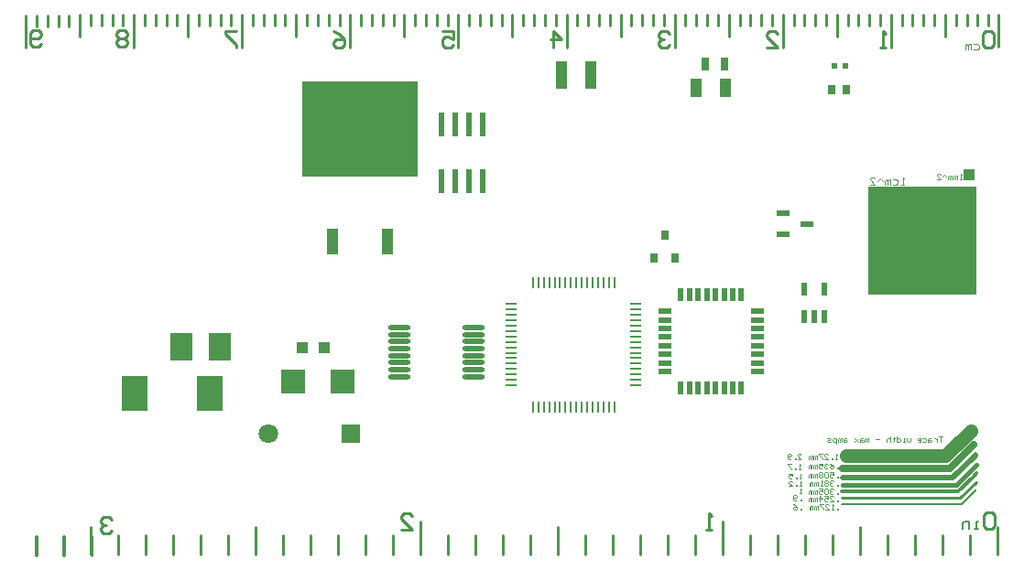
<source format=gbl>
G04 Layer_Physical_Order=2*
G04 Layer_Color=11436288*
%FSLAX24Y24*%
%MOIN*%
G70*
G01*
G75*
%ADD10C,0.0100*%
%ADD762C,0.0709*%
%ADD763R,0.0709X0.0709*%
%ADD764R,0.0220X0.0500*%
%ADD765R,0.0500X0.0220*%
%ADD766R,0.0236X0.0197*%
%ADD767R,0.0315X0.0354*%
%ADD768R,0.0315X0.0472*%
%ADD769R,0.0394X0.0087*%
%ADD770R,0.0087X0.0394*%
%ADD771R,0.0240X0.0870*%
%ADD772R,0.0433X0.0669*%
%ADD773R,0.0433X0.1024*%
%ADD774R,0.0394X0.0394*%
%ADD775R,0.4193X0.3504*%
%ADD776R,0.0413X0.0945*%
%ADD777R,0.0787X0.0984*%
%ADD778O,0.0827X0.0177*%
%ADD779R,0.0906X0.0906*%
%ADD780R,0.0945X0.1299*%
%ADD781R,0.0315X0.0354*%
%ADD782R,0.0453X0.0236*%
%ADD783R,0.0200X0.0500*%
%ADD784C,0.0500*%
%ADD785C,0.0200*%
%ADD786C,0.0250*%
%ADD787C,0.0150*%
%ADD788C,0.0120*%
%ADD789C,0.0050*%
%ADD790C,0.0039*%
%ADD791C,0.0070*%
%ADD792C,0.0049*%
%ADD793R,0.3937X0.3937*%
%ADD794R,0.0394X0.0394*%
D10*
X45276Y28339D02*
Y29188D01*
X45276Y29188D02*
Y29528D01*
X11457Y29102D02*
Y29496D01*
X11850Y28709D02*
Y29496D01*
X10669Y29102D02*
Y29496D01*
X11063Y29102D02*
Y29496D01*
X9882Y28315D02*
Y29496D01*
X10276Y29102D02*
Y29496D01*
X11260Y9832D02*
Y10532D01*
X10260Y9832D02*
Y10532D01*
X10276Y9832D02*
Y10532D01*
X12264Y9832D02*
Y10532D01*
X11264Y9832D02*
Y10532D01*
X11280Y9832D02*
Y10532D01*
X39563Y11909D02*
X41965D01*
X42555D02*
X43894D01*
X12260Y9863D02*
Y10863D01*
X16244Y9863D02*
Y10563D01*
X20244Y9863D02*
Y10563D01*
X24051Y29114D02*
Y29508D01*
X24244Y9863D02*
Y11063D01*
X24839Y29114D02*
Y29508D01*
X27201Y29114D02*
Y29508D01*
X26413Y29114D02*
Y29508D01*
X25626Y28327D02*
Y29508D01*
X28776Y29114D02*
Y29508D01*
X27988Y29114D02*
Y29508D01*
X29563Y28327D02*
Y29508D01*
X28244Y9863D02*
Y10563D01*
X32244Y9863D02*
Y10563D01*
X36244Y9863D02*
Y10563D01*
X40244Y9863D02*
Y10863D01*
X44244Y9863D02*
Y10563D01*
X41965Y11909D02*
X42555D01*
X43894D02*
X44484Y12500D01*
X11846Y28720D02*
Y29508D01*
X12240Y29114D02*
Y29508D01*
X12634Y29114D02*
Y29508D01*
X13028Y29114D02*
Y29508D01*
X13421Y29114D02*
Y29508D01*
X13260Y9863D02*
Y10563D01*
X14209Y29114D02*
Y29508D01*
X13815Y28327D02*
Y29508D01*
X14260Y9863D02*
Y10563D01*
X14244Y9863D02*
Y10563D01*
X14996Y29114D02*
Y29508D01*
X14602Y29114D02*
Y29508D01*
X15244Y9863D02*
Y10563D01*
X15783Y28720D02*
Y29508D01*
X15390Y29114D02*
Y29508D01*
X16571Y29114D02*
Y29508D01*
X16177Y29114D02*
Y29508D01*
X17358Y29114D02*
Y29508D01*
X16965Y29114D02*
Y29508D01*
X17244Y9863D02*
Y10563D01*
X17752Y28327D02*
Y29508D01*
X18146Y29114D02*
Y29508D01*
X18244Y9863D02*
Y10863D01*
X18933Y29114D02*
Y29508D01*
X18539Y29114D02*
Y29508D01*
X19244Y9863D02*
Y10563D01*
X19720Y28720D02*
Y29508D01*
X19327Y29114D02*
Y29508D01*
X20508Y29114D02*
Y29508D01*
X20114Y29114D02*
Y29508D01*
X21295Y29114D02*
Y29508D01*
X20902Y29114D02*
Y29508D01*
X21244Y9863D02*
Y10563D01*
X21689Y28327D02*
Y29508D01*
X22083Y29114D02*
Y29508D01*
X22244Y9863D02*
Y10563D01*
X22870Y29114D02*
Y29508D01*
X22476Y29114D02*
Y29508D01*
X23244Y9863D02*
Y10563D01*
X23657Y28720D02*
Y29508D01*
X23264Y29114D02*
Y29508D01*
X24445Y29114D02*
Y29508D01*
X25232Y29114D02*
Y29508D01*
X25244Y9863D02*
Y10563D01*
X26020Y29114D02*
Y29508D01*
X26244Y9863D02*
Y10563D01*
X26807Y29114D02*
Y29508D01*
X27244Y9863D02*
Y10563D01*
X27594Y28720D02*
Y29508D01*
X28382Y29114D02*
Y29508D01*
X29169Y29114D02*
Y29508D01*
X29244Y9863D02*
Y10863D01*
X30350Y29114D02*
Y29508D01*
X29957Y29114D02*
Y29508D01*
X30244Y9863D02*
Y10563D01*
X31138Y29114D02*
Y29508D01*
X30744Y29114D02*
Y29508D01*
X31244Y9863D02*
Y10563D01*
X31925Y29114D02*
Y29508D01*
X31532Y28720D02*
Y29508D01*
X32713Y29114D02*
Y29508D01*
X32319Y29114D02*
Y29508D01*
X33106Y29114D02*
Y29508D01*
X33500Y28327D02*
Y29508D01*
X33244Y9863D02*
Y10563D01*
X34287Y29114D02*
Y29508D01*
X33894Y29114D02*
Y29508D01*
X34244Y9863D02*
Y10563D01*
X35075Y29114D02*
Y29508D01*
X34681Y29114D02*
Y29508D01*
X35244Y9863D02*
Y11063D01*
X35862Y29114D02*
Y29508D01*
X35469Y28720D02*
Y29508D01*
X36650Y29114D02*
Y29508D01*
X36256Y29114D02*
Y29508D01*
X37043Y29114D02*
Y29508D01*
X37437Y28327D02*
Y29508D01*
X37244Y9863D02*
Y10563D01*
X38224Y29114D02*
Y29508D01*
X37831Y29114D02*
Y29508D01*
X38244Y9863D02*
Y10563D01*
X39012Y29114D02*
Y29508D01*
X38618Y29114D02*
Y29508D01*
X39244Y9863D02*
Y10563D01*
X39799Y29114D02*
Y29508D01*
X39406Y28720D02*
Y29508D01*
X40587Y29114D02*
Y29508D01*
X40193Y29114D02*
Y29508D01*
X40980Y29114D02*
Y29508D01*
X41374Y28327D02*
Y29508D01*
X41244Y9863D02*
Y10563D01*
X41768Y29114D02*
Y29508D01*
X42161Y29114D02*
Y29508D01*
X42244Y9863D02*
Y10563D01*
X42555Y29114D02*
Y29508D01*
X42949Y29114D02*
Y29508D01*
X43244Y9863D02*
Y10563D01*
X43343Y28720D02*
Y29508D01*
X43736Y29114D02*
Y29508D01*
X44130Y29114D02*
Y29508D01*
X44524Y29114D02*
Y29508D01*
X44917Y29114D02*
Y29508D01*
X45244Y10846D02*
X45244Y9843D01*
X36840Y28327D02*
X37240D01*
X36840Y28727D01*
Y28827D01*
X36940Y28927D01*
X37140D01*
X37240Y28827D01*
X34844Y10763D02*
X34644D01*
X34744D01*
Y11363D01*
X34844Y11263D01*
X45154Y11279D02*
X45054Y11379D01*
X44854D01*
X44754Y11279D01*
Y10879D01*
X44854Y10779D01*
X45054D01*
X45154Y10879D01*
Y11279D01*
X13579Y28866D02*
X13479Y28966D01*
X13279D01*
X13179Y28866D01*
Y28766D01*
X13279Y28666D01*
X13179Y28566D01*
Y28466D01*
X13279Y28366D01*
X13479D01*
X13579Y28466D01*
Y28566D01*
X13479Y28666D01*
X13579Y28766D01*
Y28866D01*
X13479Y28666D02*
X13279D01*
X13008Y11122D02*
X12908Y11222D01*
X12708D01*
X12608Y11122D01*
Y11022D01*
X12708Y10922D01*
X12808D01*
X12708D01*
X12608Y10822D01*
Y10722D01*
X12708Y10622D01*
X12908D01*
X13008Y10722D01*
X17555Y28927D02*
X17155D01*
Y28827D01*
X17555Y28427D01*
Y28327D01*
X33303Y28827D02*
X33203Y28927D01*
X33003D01*
X32903Y28827D01*
Y28727D01*
X33003Y28627D01*
X33103D01*
X33003D01*
X32903Y28527D01*
Y28427D01*
X33003Y28327D01*
X33203D01*
X33303Y28427D01*
X45114Y28827D02*
X45014Y28927D01*
X44814D01*
X44714Y28827D01*
Y28427D01*
X44814Y28327D01*
X45014D01*
X45114Y28427D01*
Y28827D01*
X23544Y10763D02*
X23944D01*
X23544Y11163D01*
Y11263D01*
X23644Y11363D01*
X23844D01*
X23944Y11263D01*
X21092Y28927D02*
X21292Y28827D01*
X21492Y28627D01*
Y28427D01*
X21392Y28327D01*
X21192D01*
X21092Y28427D01*
Y28527D01*
X21192Y28627D01*
X21492D01*
X25029Y28927D02*
X25429D01*
Y28627D01*
X25229Y28727D01*
X25129D01*
X25029Y28627D01*
Y28427D01*
X25129Y28327D01*
X25329D01*
X25429Y28427D01*
X29066Y28327D02*
Y28927D01*
X29366Y28627D01*
X28966D01*
X41177Y28327D02*
X40977D01*
X41077D01*
Y28927D01*
X41177Y28827D01*
X10449Y28450D02*
X10349Y28350D01*
X10149D01*
X10049Y28450D01*
Y28850D01*
X10149Y28950D01*
X10349D01*
X10449Y28850D01*
Y28750D01*
X10349Y28650D01*
X10049D01*
D762*
X18709Y14256D02*
D03*
D763*
X21709D02*
D03*
D764*
X35925Y19304D02*
D03*
X35610D02*
D03*
X35295D02*
D03*
X34980D02*
D03*
X34665D02*
D03*
X34350D02*
D03*
X34035D02*
D03*
X33720D02*
D03*
Y15924D02*
D03*
X34035D02*
D03*
X34350D02*
D03*
X34665D02*
D03*
X34980D02*
D03*
X35295D02*
D03*
X35610D02*
D03*
X35925D02*
D03*
D765*
X33133Y18717D02*
D03*
Y18402D02*
D03*
Y18087D02*
D03*
Y17772D02*
D03*
Y17457D02*
D03*
Y17142D02*
D03*
Y16827D02*
D03*
Y16512D02*
D03*
X36513D02*
D03*
Y16827D02*
D03*
Y17142D02*
D03*
Y17457D02*
D03*
Y17772D02*
D03*
Y18087D02*
D03*
Y18402D02*
D03*
Y18717D02*
D03*
D766*
X39701Y27665D02*
D03*
X39307D02*
D03*
D767*
X39197Y26783D02*
D03*
X39748D02*
D03*
D768*
X35315Y27736D02*
D03*
X34606D02*
D03*
D769*
X32083Y17201D02*
D03*
Y16807D02*
D03*
Y16413D02*
D03*
Y16020D02*
D03*
Y16217D02*
D03*
Y16610D02*
D03*
Y17004D02*
D03*
Y18972D02*
D03*
Y18579D02*
D03*
Y18185D02*
D03*
Y17791D02*
D03*
Y18776D02*
D03*
Y18382D02*
D03*
Y17988D02*
D03*
Y17398D02*
D03*
Y17594D02*
D03*
X27555Y17791D02*
D03*
Y18185D02*
D03*
Y18579D02*
D03*
Y18972D02*
D03*
Y18776D02*
D03*
Y18382D02*
D03*
Y17988D02*
D03*
Y16020D02*
D03*
Y16413D02*
D03*
Y16807D02*
D03*
Y17201D02*
D03*
Y16217D02*
D03*
Y16610D02*
D03*
Y17004D02*
D03*
Y17594D02*
D03*
Y17398D02*
D03*
D770*
X30114Y19760D02*
D03*
X30508D02*
D03*
X30902D02*
D03*
X31295D02*
D03*
X31098D02*
D03*
X30705D02*
D03*
X30311D02*
D03*
X28342D02*
D03*
X28736D02*
D03*
X29130D02*
D03*
X29524D02*
D03*
X28539D02*
D03*
X28933D02*
D03*
X29327D02*
D03*
X29917D02*
D03*
X29720D02*
D03*
X29524Y15232D02*
D03*
X29130D02*
D03*
X28736D02*
D03*
X28342D02*
D03*
X28539D02*
D03*
X28933D02*
D03*
X29327D02*
D03*
X31295D02*
D03*
X30902D02*
D03*
X30508D02*
D03*
X30114D02*
D03*
X31098D02*
D03*
X30705D02*
D03*
X30311D02*
D03*
X29720D02*
D03*
X29917D02*
D03*
D771*
X26522Y25522D02*
D03*
X26022D02*
D03*
X25522D02*
D03*
X25022D02*
D03*
Y23462D02*
D03*
X25522D02*
D03*
X26022D02*
D03*
X26522D02*
D03*
D772*
X34272Y26854D02*
D03*
X35335D02*
D03*
D773*
X29378Y27311D02*
D03*
X30441D02*
D03*
D774*
X20744Y17382D02*
D03*
X19957D02*
D03*
D775*
X22059Y25343D02*
D03*
D776*
X21059Y21268D02*
D03*
X23059D02*
D03*
D777*
X16947Y17406D02*
D03*
X15549D02*
D03*
D778*
X26185Y18116D02*
D03*
Y17860D02*
D03*
Y17604D02*
D03*
Y17348D02*
D03*
Y17093D02*
D03*
Y16837D02*
D03*
Y16581D02*
D03*
Y16325D02*
D03*
X23468Y18116D02*
D03*
Y17860D02*
D03*
Y17604D02*
D03*
Y17348D02*
D03*
Y17093D02*
D03*
Y16837D02*
D03*
Y16581D02*
D03*
Y16325D02*
D03*
D779*
X21398Y16154D02*
D03*
X19626D02*
D03*
D780*
X13844Y15736D02*
D03*
X16581D02*
D03*
D781*
X33504Y20650D02*
D03*
X32756D02*
D03*
X33130Y21476D02*
D03*
D782*
X38317Y21902D02*
D03*
X37431Y22276D02*
D03*
Y21528D02*
D03*
D783*
X38211Y19520D02*
D03*
X38961Y18520D02*
D03*
X38211D02*
D03*
X38591Y18520D02*
D03*
X38961Y19520D02*
D03*
D784*
X43353Y13456D02*
X44268Y14370D01*
X39761Y13456D02*
X43353D01*
X39760Y13457D02*
X39761Y13456D01*
D785*
X39602Y12656D02*
X43616D01*
X44429Y13469D01*
Y13472D01*
D786*
X43508Y12981D02*
X44378Y13850D01*
X39602Y12981D02*
X43508D01*
X44378Y13850D02*
X44382D01*
D787*
X39602Y12381D02*
X43735D01*
X44484Y13130D01*
D788*
X42083Y12146D02*
X43815D01*
X39563D02*
X42083D01*
X43815D02*
X44366Y12697D01*
X44484Y12815D01*
D789*
X39563Y11673D02*
X43933D01*
X44484Y12224D01*
D790*
X43248Y14146D02*
X43117D01*
X43182D01*
Y13949D01*
X43051Y14080D02*
Y13949D01*
Y14014D01*
X43018Y14047D01*
X42986Y14080D01*
X42953D01*
X42822D02*
X42756D01*
X42723Y14047D01*
Y13949D01*
X42822D01*
X42854Y13982D01*
X42822Y14014D01*
X42723D01*
X42526Y14080D02*
X42625D01*
X42658Y14047D01*
Y13982D01*
X42625Y13949D01*
X42526D01*
X42362D02*
X42428D01*
X42461Y13982D01*
Y14047D01*
X42428Y14080D01*
X42362D01*
X42330Y14047D01*
Y14014D01*
X42461D01*
X42067Y14080D02*
Y13982D01*
X42035Y13949D01*
X42002Y13982D01*
X41969Y13949D01*
X41936Y13982D01*
Y14080D01*
X41871Y13949D02*
X41805D01*
X41838D01*
Y14080D01*
X41871D01*
X41575Y14146D02*
Y13949D01*
X41674D01*
X41707Y13982D01*
Y14047D01*
X41674Y14080D01*
X41575D01*
X41477Y14113D02*
Y14080D01*
X41510D01*
X41444D01*
X41477D01*
Y13982D01*
X41444Y13949D01*
X41346Y14146D02*
Y13949D01*
Y14047D01*
X41313Y14080D01*
X41247D01*
X41215Y14047D01*
Y13949D01*
X40952Y14047D02*
X40821D01*
X40559Y13949D02*
Y14080D01*
X40526D01*
X40493Y14047D01*
Y13949D01*
Y14047D01*
X40460Y14080D01*
X40427Y14047D01*
Y13949D01*
X40329Y14080D02*
X40263D01*
X40231Y14047D01*
Y13949D01*
X40329D01*
X40362Y13982D01*
X40329Y14014D01*
X40231D01*
X40165Y14080D02*
X40034Y13949D01*
X40099Y14014D01*
X40034Y14080D01*
X40165Y13949D01*
X39739Y14080D02*
X39673D01*
X39640Y14047D01*
Y13949D01*
X39739D01*
X39771Y13982D01*
X39739Y14014D01*
X39640D01*
X39575Y13949D02*
Y14080D01*
X39542D01*
X39509Y14047D01*
Y13949D01*
Y14047D01*
X39476Y14080D01*
X39444Y14047D01*
Y13949D01*
X39378Y13883D02*
Y14080D01*
X39280D01*
X39247Y14047D01*
Y13982D01*
X39280Y13949D01*
X39378D01*
X39181D02*
X39083D01*
X39050Y13982D01*
X39083Y14014D01*
X39148D01*
X39181Y14047D01*
X39148Y14080D01*
X39050D01*
X43933Y23524D02*
X43867D01*
X43900D01*
Y23720D01*
X43933Y23688D01*
X43769Y23524D02*
Y23655D01*
X43736D01*
X43703Y23622D01*
Y23524D01*
Y23622D01*
X43671Y23655D01*
X43638Y23622D01*
Y23524D01*
X43572D02*
Y23655D01*
X43540D01*
X43507Y23622D01*
Y23524D01*
Y23622D01*
X43474Y23655D01*
X43441Y23622D01*
Y23524D01*
X43376Y23622D02*
X43310Y23688D01*
X43244Y23622D01*
X43048Y23524D02*
X43179D01*
X43048Y23655D01*
Y23688D01*
X43080Y23720D01*
X43146D01*
X43179Y23688D01*
X37963Y13315D02*
X38094D01*
X37963Y13446D01*
Y13479D01*
X37996Y13512D01*
X38062D01*
X38094Y13479D01*
X37898Y13315D02*
Y13348D01*
X37865D01*
Y13315D01*
X37898D01*
X37734Y13348D02*
X37701Y13315D01*
X37635D01*
X37603Y13348D01*
Y13479D01*
X37635Y13512D01*
X37701D01*
X37734Y13479D01*
Y13446D01*
X37701Y13413D01*
X37603D01*
X38094Y12606D02*
X38029D01*
X38062D01*
Y12803D01*
X38094Y12770D01*
X37931Y12606D02*
Y12639D01*
X37898D01*
Y12606D01*
X37931D01*
X37635Y12803D02*
X37767D01*
Y12705D01*
X37701Y12737D01*
X37668D01*
X37635Y12705D01*
Y12639D01*
X37668Y12606D01*
X37734D01*
X37767Y12639D01*
X38098Y12339D02*
X38033D01*
X38066D01*
Y12535D01*
X38098Y12503D01*
X37934Y12339D02*
Y12371D01*
X37902D01*
Y12339D01*
X37934D01*
X37639D02*
X37770D01*
X37639Y12470D01*
Y12503D01*
X37672Y12535D01*
X37738D01*
X37770Y12503D01*
X39413Y13319D02*
X39348D01*
X39381D01*
Y13516D01*
X39413Y13483D01*
X39249Y13319D02*
Y13352D01*
X39217D01*
Y13319D01*
X39249D01*
X38954D02*
X39085D01*
X38954Y13450D01*
Y13483D01*
X38987Y13516D01*
X39053D01*
X39085Y13483D01*
X38889Y13516D02*
X38757D01*
Y13483D01*
X38889Y13352D01*
Y13319D01*
X38692D02*
Y13450D01*
X38659D01*
X38626Y13417D01*
Y13319D01*
Y13417D01*
X38593Y13450D01*
X38561Y13417D01*
Y13319D01*
X38495D02*
Y13450D01*
X38462D01*
X38429Y13417D01*
Y13319D01*
Y13417D01*
X38397Y13450D01*
X38364Y13417D01*
Y13319D01*
X39445Y12343D02*
Y12375D01*
X39412D01*
Y12343D01*
X39445D01*
X39281Y12507D02*
X39248Y12539D01*
X39183D01*
X39150Y12507D01*
Y12474D01*
X39183Y12441D01*
X39215D01*
X39183D01*
X39150Y12408D01*
Y12375D01*
X39183Y12343D01*
X39248D01*
X39281Y12375D01*
X39084Y12507D02*
X39051Y12539D01*
X38986D01*
X38953Y12507D01*
Y12474D01*
X38986Y12441D01*
X38953Y12408D01*
Y12375D01*
X38986Y12343D01*
X39051D01*
X39084Y12375D01*
Y12408D01*
X39051Y12441D01*
X39084Y12474D01*
Y12507D01*
X39051Y12441D02*
X38986D01*
X38887Y12343D02*
X38822D01*
X38855D01*
Y12539D01*
X38887Y12507D01*
X38723Y12343D02*
Y12474D01*
X38691D01*
X38658Y12441D01*
Y12343D01*
Y12441D01*
X38625Y12474D01*
X38592Y12441D01*
Y12343D01*
X38527D02*
Y12474D01*
X38494D01*
X38461Y12441D01*
Y12343D01*
Y12441D01*
X38428Y12474D01*
X38395Y12441D01*
Y12343D01*
X39445Y11791D02*
Y11824D01*
X39412D01*
Y11791D01*
X39445D01*
X39150D02*
X39281D01*
X39150Y11923D01*
Y11955D01*
X39183Y11988D01*
X39248D01*
X39281Y11955D01*
X38953Y11988D02*
X39084D01*
Y11890D01*
X39019Y11923D01*
X38986D01*
X38953Y11890D01*
Y11824D01*
X38986Y11791D01*
X39051D01*
X39084Y11824D01*
X38789Y11791D02*
Y11988D01*
X38887Y11890D01*
X38756D01*
X38691Y11791D02*
Y11923D01*
X38658D01*
X38625Y11890D01*
Y11791D01*
Y11890D01*
X38592Y11923D01*
X38559Y11890D01*
Y11791D01*
X38494D02*
Y11923D01*
X38461D01*
X38428Y11890D01*
Y11791D01*
Y11890D01*
X38395Y11923D01*
X38363Y11890D01*
Y11791D01*
X38087Y12945D02*
X38021D01*
X38054D01*
Y13142D01*
X38087Y13109D01*
X37923Y12945D02*
Y12978D01*
X37890D01*
Y12945D01*
X37923D01*
X37759Y13142D02*
X37627D01*
Y13109D01*
X37759Y12978D01*
Y12945D01*
X39445Y12972D02*
Y13005D01*
X39412D01*
Y12972D01*
X39445D01*
X39150Y13169D02*
X39215Y13136D01*
X39281Y13071D01*
Y13005D01*
X39248Y12972D01*
X39183D01*
X39150Y13005D01*
Y13038D01*
X39183Y13071D01*
X39281D01*
X39084Y13136D02*
X39051Y13169D01*
X38986D01*
X38953Y13136D01*
Y13104D01*
X38986Y13071D01*
X39019D01*
X38986D01*
X38953Y13038D01*
Y13005D01*
X38986Y12972D01*
X39051D01*
X39084Y13005D01*
X38756Y13169D02*
X38887D01*
Y13071D01*
X38822Y13104D01*
X38789D01*
X38756Y13071D01*
Y13005D01*
X38789Y12972D01*
X38855D01*
X38887Y13005D01*
X38691Y12972D02*
Y13104D01*
X38658D01*
X38625Y13071D01*
Y12972D01*
Y13071D01*
X38592Y13104D01*
X38559Y13071D01*
Y12972D01*
X38494D02*
Y13104D01*
X38461D01*
X38428Y13071D01*
Y12972D01*
Y13071D01*
X38395Y13104D01*
X38363Y13071D01*
Y12972D01*
X39445Y12657D02*
Y12690D01*
X39412D01*
Y12657D01*
X39445D01*
X39150Y12854D02*
X39281D01*
Y12756D01*
X39215Y12789D01*
X39183D01*
X39150Y12756D01*
Y12690D01*
X39183Y12657D01*
X39248D01*
X39281Y12690D01*
X39084Y12821D02*
X39051Y12854D01*
X38986D01*
X38953Y12821D01*
Y12690D01*
X38986Y12657D01*
X39051D01*
X39084Y12690D01*
Y12821D01*
X38887D02*
X38855Y12854D01*
X38789D01*
X38756Y12821D01*
Y12789D01*
X38789Y12756D01*
X38756Y12723D01*
Y12690D01*
X38789Y12657D01*
X38855D01*
X38887Y12690D01*
Y12723D01*
X38855Y12756D01*
X38887Y12789D01*
Y12821D01*
X38855Y12756D02*
X38789D01*
X38691Y12657D02*
Y12789D01*
X38658D01*
X38625Y12756D01*
Y12657D01*
Y12756D01*
X38592Y12789D01*
X38559Y12756D01*
Y12657D01*
X38494D02*
Y12789D01*
X38461D01*
X38428Y12756D01*
Y12657D01*
Y12756D01*
X38395Y12789D01*
X38363Y12756D01*
Y12657D01*
X39445Y12067D02*
Y12100D01*
X39412D01*
Y12067D01*
X39445D01*
X39281Y12231D02*
X39248Y12264D01*
X39183D01*
X39150Y12231D01*
Y12198D01*
X39183Y12165D01*
X39215D01*
X39183D01*
X39150Y12133D01*
Y12100D01*
X39183Y12067D01*
X39248D01*
X39281Y12100D01*
X39084Y12231D02*
X39051Y12264D01*
X38986D01*
X38953Y12231D01*
Y12100D01*
X38986Y12067D01*
X39051D01*
X39084Y12100D01*
Y12231D01*
X38756Y12264D02*
X38887D01*
Y12165D01*
X38822Y12198D01*
X38789D01*
X38756Y12165D01*
Y12100D01*
X38789Y12067D01*
X38855D01*
X38887Y12100D01*
X38691Y12067D02*
Y12198D01*
X38658D01*
X38625Y12165D01*
Y12067D01*
Y12165D01*
X38592Y12198D01*
X38559Y12165D01*
Y12067D01*
X38494D02*
Y12198D01*
X38461D01*
X38428Y12165D01*
Y12067D01*
Y12165D01*
X38395Y12198D01*
X38363Y12165D01*
Y12067D01*
X39445Y11476D02*
Y11509D01*
X39412D01*
Y11476D01*
X39445D01*
X39281D02*
X39215D01*
X39248D01*
Y11673D01*
X39281Y11640D01*
X38986Y11476D02*
X39117D01*
X38986Y11608D01*
Y11640D01*
X39019Y11673D01*
X39084D01*
X39117Y11640D01*
X38920Y11673D02*
X38789D01*
Y11640D01*
X38920Y11509D01*
Y11476D01*
X38723D02*
Y11608D01*
X38691D01*
X38658Y11575D01*
Y11476D01*
Y11575D01*
X38625Y11608D01*
X38592Y11575D01*
Y11476D01*
X38527D02*
Y11608D01*
X38494D01*
X38461Y11575D01*
Y11476D01*
Y11575D01*
X38428Y11608D01*
X38395Y11575D01*
Y11476D01*
X38102Y11811D02*
Y11844D01*
X38070D01*
Y11811D01*
X38102D01*
X37938Y11844D02*
X37906Y11811D01*
X37840D01*
X37807Y11844D01*
Y11975D01*
X37840Y12008D01*
X37906D01*
X37938Y11975D01*
Y11942D01*
X37906Y11909D01*
X37807D01*
X38102Y12071D02*
X38037D01*
X38070D01*
Y12268D01*
X38102Y12235D01*
X38110Y11492D02*
Y11525D01*
X38077D01*
Y11492D01*
X38110D01*
X37815Y11689D02*
X37881Y11656D01*
X37946Y11591D01*
Y11525D01*
X37913Y11492D01*
X37848D01*
X37815Y11525D01*
Y11558D01*
X37848Y11591D01*
X37946D01*
D791*
X44554Y10779D02*
X44422D01*
X44488D01*
Y11041D01*
X44554D01*
X44226Y10779D02*
Y11041D01*
X44029D01*
X43963Y10976D01*
Y10779D01*
D792*
X41846Y23327D02*
X41755D01*
X41801D01*
Y23602D01*
X41846Y23556D01*
X41433Y23510D02*
X41571D01*
X41617Y23465D01*
Y23373D01*
X41571Y23327D01*
X41433D01*
X41341D02*
Y23510D01*
X41295D01*
X41250Y23465D01*
Y23327D01*
Y23465D01*
X41204Y23510D01*
X41158Y23465D01*
Y23327D01*
X41066Y23465D02*
X40974Y23556D01*
X40882Y23465D01*
X40607Y23327D02*
X40790D01*
X40607Y23510D01*
Y23556D01*
X40653Y23602D01*
X40744D01*
X40790Y23556D01*
X44366Y28445D02*
X44514D01*
X44563Y28396D01*
Y28297D01*
X44514Y28248D01*
X44366D01*
X44268D02*
Y28445D01*
X44219D01*
X44169Y28396D01*
Y28248D01*
Y28396D01*
X44120Y28445D01*
X44071Y28396D01*
Y28248D01*
D793*
X42516Y21280D02*
D03*
D794*
X44209Y23681D02*
D03*
M02*

</source>
